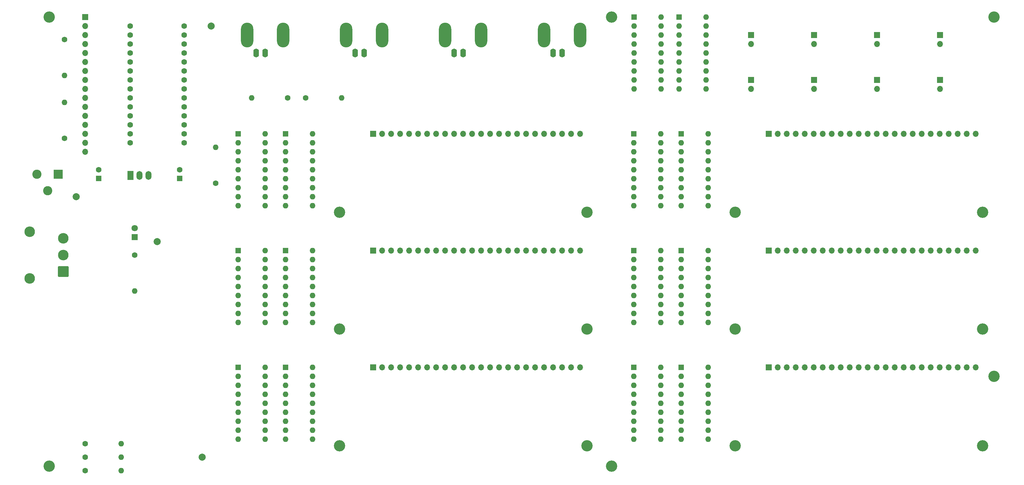
<source format=gbr>
%TF.GenerationSoftware,KiCad,Pcbnew,9.0.3*%
%TF.CreationDate,2025-09-08T11:07:08-04:00*%
%TF.ProjectId,HMS Olfactometer,484d5320-4f6c-4666-9163-746f6d657465,4.1*%
%TF.SameCoordinates,Original*%
%TF.FileFunction,Soldermask,Bot*%
%TF.FilePolarity,Negative*%
%FSLAX46Y46*%
G04 Gerber Fmt 4.6, Leading zero omitted, Abs format (unit mm)*
G04 Created by KiCad (PCBNEW 9.0.3) date 2025-09-08 11:07:08*
%MOMM*%
%LPD*%
G01*
G04 APERTURE LIST*
G04 Aperture macros list*
%AMRoundRect*
0 Rectangle with rounded corners*
0 $1 Rounding radius*
0 $2 $3 $4 $5 $6 $7 $8 $9 X,Y pos of 4 corners*
0 Add a 4 corners polygon primitive as box body*
4,1,4,$2,$3,$4,$5,$6,$7,$8,$9,$2,$3,0*
0 Add four circle primitives for the rounded corners*
1,1,$1+$1,$2,$3*
1,1,$1+$1,$4,$5*
1,1,$1+$1,$6,$7*
1,1,$1+$1,$8,$9*
0 Add four rect primitives between the rounded corners*
20,1,$1+$1,$2,$3,$4,$5,0*
20,1,$1+$1,$4,$5,$6,$7,0*
20,1,$1+$1,$6,$7,$8,$9,0*
20,1,$1+$1,$8,$9,$2,$3,0*%
G04 Aperture macros list end*
%ADD10R,1.600000X1.600000*%
%ADD11O,1.600000X1.600000*%
%ADD12R,1.700000X1.700000*%
%ADD13O,1.700000X1.700000*%
%ADD14C,3.200000*%
%ADD15C,1.600000*%
%ADD16C,2.000000*%
%ADD17R,2.600000X2.600000*%
%ADD18C,2.600000*%
%ADD19O,1.600000X2.500000*%
%ADD20O,3.500000X7.000000*%
%ADD21R,1.800000X1.800000*%
%ADD22C,1.800000*%
%ADD23R,1.700000X2.500000*%
%ADD24O,1.700000X2.500000*%
%ADD25RoundRect,0.102000X1.387500X-1.387500X1.387500X1.387500X-1.387500X1.387500X-1.387500X-1.387500X0*%
%ADD26C,2.979000*%
G04 APERTURE END LIST*
D10*
%TO.C,U8*%
X104775000Y-104140000D03*
D11*
X104775000Y-106680000D03*
X104775000Y-109220000D03*
X104775000Y-111760000D03*
X104775000Y-114300000D03*
X104775000Y-116840000D03*
X104775000Y-119380000D03*
X104775000Y-121920000D03*
X104775000Y-124460000D03*
X112395000Y-124460000D03*
X112395000Y-121920000D03*
X112395000Y-119380000D03*
X112395000Y-116840000D03*
X112395000Y-114300000D03*
X112395000Y-111760000D03*
X112395000Y-109220000D03*
X112395000Y-106680000D03*
X112395000Y-104140000D03*
%TD*%
D12*
%TO.C,J8*%
X254000000Y-43180000D03*
D13*
X254000000Y-45720000D03*
%TD*%
D12*
%TO.C,J5*%
X241229000Y-104140000D03*
D13*
X243769000Y-104140000D03*
X246309000Y-104140000D03*
X248849000Y-104140000D03*
X251389000Y-104140000D03*
X253929000Y-104140000D03*
X256469000Y-104140000D03*
X259009000Y-104140000D03*
X261549000Y-104140000D03*
X264089000Y-104140000D03*
X266629000Y-104140000D03*
X269169000Y-104140000D03*
X271709000Y-104140000D03*
X274249000Y-104140000D03*
X276789000Y-104140000D03*
X279329000Y-104140000D03*
X281869000Y-104140000D03*
X284409000Y-104140000D03*
X286949000Y-104140000D03*
X289489000Y-104140000D03*
X292029000Y-104140000D03*
X294569000Y-104140000D03*
X297109000Y-104140000D03*
X299649000Y-104140000D03*
%TD*%
D14*
%TO.C,H10*%
X189865000Y-126365000D03*
%TD*%
D15*
%TO.C,R4*%
X62230000Y-105410000D03*
D11*
X62230000Y-115570000D03*
%TD*%
D15*
%TO.C,R3*%
X48260000Y-166370000D03*
D11*
X58420000Y-166370000D03*
%TD*%
D10*
%TO.C,U14*%
X215900000Y-38100000D03*
D11*
X215900000Y-40640000D03*
X215900000Y-43180000D03*
X215900000Y-45720000D03*
X215900000Y-48260000D03*
X215900000Y-50800000D03*
X215900000Y-53340000D03*
X215900000Y-55880000D03*
X215900000Y-58420000D03*
X223520000Y-58420000D03*
X223520000Y-55880000D03*
X223520000Y-53340000D03*
X223520000Y-50800000D03*
X223520000Y-48260000D03*
X223520000Y-45720000D03*
X223520000Y-43180000D03*
X223520000Y-40640000D03*
X223520000Y-38100000D03*
%TD*%
D14*
%TO.C,H4*%
X120015000Y-126365000D03*
%TD*%
D12*
%TO.C,J12*%
X254000000Y-55880000D03*
D13*
X254000000Y-58420000D03*
%TD*%
D14*
%TO.C,H12*%
X189865000Y-93345000D03*
%TD*%
D10*
%TO.C,U10*%
X216464000Y-104140000D03*
D11*
X216464000Y-106680000D03*
X216464000Y-109220000D03*
X216464000Y-111760000D03*
X216464000Y-114300000D03*
X216464000Y-116840000D03*
X216464000Y-119380000D03*
X216464000Y-121920000D03*
X216464000Y-124460000D03*
X224084000Y-124460000D03*
X224084000Y-121920000D03*
X224084000Y-119380000D03*
X224084000Y-116840000D03*
X224084000Y-114300000D03*
X224084000Y-111760000D03*
X224084000Y-109220000D03*
X224084000Y-106680000D03*
X224084000Y-104140000D03*
%TD*%
D10*
%TO.C,U7*%
X203129000Y-71120000D03*
D11*
X203129000Y-73660000D03*
X203129000Y-76200000D03*
X203129000Y-78740000D03*
X203129000Y-81280000D03*
X203129000Y-83820000D03*
X203129000Y-86360000D03*
X203129000Y-88900000D03*
X203129000Y-91440000D03*
X210749000Y-91440000D03*
X210749000Y-88900000D03*
X210749000Y-86360000D03*
X210749000Y-83820000D03*
X210749000Y-81280000D03*
X210749000Y-78740000D03*
X210749000Y-76200000D03*
X210749000Y-73660000D03*
X210749000Y-71120000D03*
%TD*%
D14*
%TO.C,H18*%
X196850000Y-38100000D03*
%TD*%
D15*
%TO.C,U1*%
X60960000Y-40640000D03*
X60960000Y-43180000D03*
X60960000Y-45720000D03*
X60960000Y-48260000D03*
X60960000Y-50800000D03*
X60960000Y-53340000D03*
X60960000Y-55880000D03*
X60960000Y-58420000D03*
X60960000Y-60960000D03*
X60960000Y-63500000D03*
X60960000Y-66040000D03*
X60960000Y-68580000D03*
X60960000Y-71120000D03*
X60960000Y-73660000D03*
X76200000Y-73660000D03*
X76200000Y-71120000D03*
X76200000Y-68580000D03*
X76200000Y-66040000D03*
X76200000Y-63500000D03*
X76200000Y-60960000D03*
X76200000Y-58420000D03*
X76200000Y-55880000D03*
X76200000Y-53340000D03*
X76200000Y-50800000D03*
X76200000Y-48260000D03*
X76200000Y-45720000D03*
X76200000Y-43180000D03*
X76200000Y-40640000D03*
%TD*%
D16*
%TO.C,TP4*%
X83820000Y-40640000D03*
%TD*%
D14*
%TO.C,H16*%
X304800000Y-139700000D03*
%TD*%
D17*
%TO.C,J15*%
X40640000Y-82550000D03*
D18*
X34640000Y-82550000D03*
X37640000Y-87250000D03*
%TD*%
D10*
%TO.C,C1*%
X52070000Y-83780000D03*
D15*
X52070000Y-81280000D03*
%TD*%
D19*
%TO.C,J22*%
X154940000Y-48260000D03*
D20*
X149860000Y-43180000D03*
D19*
X152400000Y-48260000D03*
D20*
X160020000Y-43180000D03*
%TD*%
D15*
%TO.C,R2*%
X48260000Y-162560000D03*
D11*
X58420000Y-162560000D03*
%TD*%
D10*
%TO.C,U9*%
X91440000Y-104140000D03*
D11*
X91440000Y-106680000D03*
X91440000Y-109220000D03*
X91440000Y-111760000D03*
X91440000Y-114300000D03*
X91440000Y-116840000D03*
X91440000Y-119380000D03*
X91440000Y-121920000D03*
X91440000Y-124460000D03*
X99060000Y-124460000D03*
X99060000Y-121920000D03*
X99060000Y-119380000D03*
X99060000Y-116840000D03*
X99060000Y-114300000D03*
X99060000Y-111760000D03*
X99060000Y-109220000D03*
X99060000Y-106680000D03*
X99060000Y-104140000D03*
%TD*%
D15*
%TO.C,R16*%
X110490000Y-60960000D03*
D11*
X120650000Y-60960000D03*
%TD*%
D12*
%TO.C,J13*%
X271780000Y-55880000D03*
D13*
X271780000Y-58420000D03*
%TD*%
D12*
%TO.C,J9*%
X271780000Y-43180000D03*
D13*
X271780000Y-45720000D03*
%TD*%
D21*
%TO.C,D1*%
X62230000Y-100330000D03*
D22*
X62230000Y-97790000D03*
%TD*%
D16*
%TO.C,TP2*%
X68580000Y-101600000D03*
%TD*%
D19*
%TO.C,J20*%
X99060000Y-48260000D03*
D20*
X93980000Y-43180000D03*
D19*
X96520000Y-48260000D03*
D20*
X104140000Y-43180000D03*
%TD*%
D14*
%TO.C,H5*%
X231704000Y-126365000D03*
%TD*%
D15*
%TO.C,R7*%
X85090000Y-85090000D03*
D11*
X85090000Y-74930000D03*
%TD*%
D10*
%TO.C,U4*%
X216464000Y-137160000D03*
D11*
X216464000Y-139700000D03*
X216464000Y-142240000D03*
X216464000Y-144780000D03*
X216464000Y-147320000D03*
X216464000Y-149860000D03*
X216464000Y-152400000D03*
X216464000Y-154940000D03*
X216464000Y-157480000D03*
X224084000Y-157480000D03*
X224084000Y-154940000D03*
X224084000Y-152400000D03*
X224084000Y-149860000D03*
X224084000Y-147320000D03*
X224084000Y-144780000D03*
X224084000Y-142240000D03*
X224084000Y-139700000D03*
X224084000Y-137160000D03*
%TD*%
D12*
%TO.C,J4*%
X129540000Y-104140000D03*
D13*
X132080000Y-104140000D03*
X134620000Y-104140000D03*
X137160000Y-104140000D03*
X139700000Y-104140000D03*
X142240000Y-104140000D03*
X144780000Y-104140000D03*
X147320000Y-104140000D03*
X149860000Y-104140000D03*
X152400000Y-104140000D03*
X154940000Y-104140000D03*
X157480000Y-104140000D03*
X160020000Y-104140000D03*
X162560000Y-104140000D03*
X165100000Y-104140000D03*
X167640000Y-104140000D03*
X170180000Y-104140000D03*
X172720000Y-104140000D03*
X175260000Y-104140000D03*
X177800000Y-104140000D03*
X180340000Y-104140000D03*
X182880000Y-104140000D03*
X185420000Y-104140000D03*
X187960000Y-104140000D03*
%TD*%
D23*
%TO.C,U16*%
X61002500Y-82882500D03*
D24*
X63542500Y-82882500D03*
X66082500Y-82882500D03*
%TD*%
D12*
%TO.C,J2*%
X241229000Y-137160000D03*
D13*
X243769000Y-137160000D03*
X246309000Y-137160000D03*
X248849000Y-137160000D03*
X251389000Y-137160000D03*
X253929000Y-137160000D03*
X256469000Y-137160000D03*
X259009000Y-137160000D03*
X261549000Y-137160000D03*
X264089000Y-137160000D03*
X266629000Y-137160000D03*
X269169000Y-137160000D03*
X271709000Y-137160000D03*
X274249000Y-137160000D03*
X276789000Y-137160000D03*
X279329000Y-137160000D03*
X281869000Y-137160000D03*
X284409000Y-137160000D03*
X286949000Y-137160000D03*
X289489000Y-137160000D03*
X292029000Y-137160000D03*
X294569000Y-137160000D03*
X297109000Y-137160000D03*
X299649000Y-137160000D03*
%TD*%
D25*
%TO.C,SW1*%
X42103000Y-110110000D03*
D26*
X42103000Y-105410000D03*
X42103000Y-100710000D03*
X32573000Y-112015000D03*
X32573000Y-98805000D03*
%TD*%
D12*
%TO.C,J11*%
X236220000Y-55880000D03*
D13*
X236220000Y-58420000D03*
%TD*%
D10*
%TO.C,U13*%
X91440000Y-71120000D03*
D11*
X91440000Y-73660000D03*
X91440000Y-76200000D03*
X91440000Y-78740000D03*
X91440000Y-81280000D03*
X91440000Y-83820000D03*
X91440000Y-86360000D03*
X91440000Y-88900000D03*
X91440000Y-91440000D03*
X99060000Y-91440000D03*
X99060000Y-88900000D03*
X99060000Y-86360000D03*
X99060000Y-83820000D03*
X99060000Y-81280000D03*
X99060000Y-78740000D03*
X99060000Y-76200000D03*
X99060000Y-73660000D03*
X99060000Y-71120000D03*
%TD*%
D14*
%TO.C,H9*%
X301554000Y-93345000D03*
%TD*%
%TO.C,H7*%
X189865000Y-159385000D03*
%TD*%
D10*
%TO.C,U2*%
X104775000Y-137160000D03*
D11*
X104775000Y-139700000D03*
X104775000Y-142240000D03*
X104775000Y-144780000D03*
X104775000Y-147320000D03*
X104775000Y-149860000D03*
X104775000Y-152400000D03*
X104775000Y-154940000D03*
X104775000Y-157480000D03*
X112395000Y-157480000D03*
X112395000Y-154940000D03*
X112395000Y-152400000D03*
X112395000Y-149860000D03*
X112395000Y-147320000D03*
X112395000Y-144780000D03*
X112395000Y-142240000D03*
X112395000Y-139700000D03*
X112395000Y-137160000D03*
%TD*%
D10*
%TO.C,U15*%
X203200000Y-38100000D03*
D11*
X203200000Y-40640000D03*
X203200000Y-43180000D03*
X203200000Y-45720000D03*
X203200000Y-48260000D03*
X203200000Y-50800000D03*
X203200000Y-53340000D03*
X203200000Y-55880000D03*
X203200000Y-58420000D03*
X210820000Y-58420000D03*
X210820000Y-55880000D03*
X210820000Y-53340000D03*
X210820000Y-50800000D03*
X210820000Y-48260000D03*
X210820000Y-45720000D03*
X210820000Y-43180000D03*
X210820000Y-40640000D03*
X210820000Y-38100000D03*
%TD*%
D16*
%TO.C,TP3*%
X81280000Y-162560000D03*
%TD*%
D14*
%TO.C,H8*%
X301554000Y-159385000D03*
%TD*%
D15*
%TO.C,R1*%
X48260000Y-158750000D03*
D11*
X58420000Y-158750000D03*
%TD*%
D10*
%TO.C,U11*%
X203129000Y-104140000D03*
D11*
X203129000Y-106680000D03*
X203129000Y-109220000D03*
X203129000Y-111760000D03*
X203129000Y-114300000D03*
X203129000Y-116840000D03*
X203129000Y-119380000D03*
X203129000Y-121920000D03*
X203129000Y-124460000D03*
X210749000Y-124460000D03*
X210749000Y-121920000D03*
X210749000Y-119380000D03*
X210749000Y-116840000D03*
X210749000Y-114300000D03*
X210749000Y-111760000D03*
X210749000Y-109220000D03*
X210749000Y-106680000D03*
X210749000Y-104140000D03*
%TD*%
D12*
%TO.C,J10*%
X289560000Y-43180000D03*
D13*
X289560000Y-45720000D03*
%TD*%
D10*
%TO.C,U5*%
X203129000Y-137160000D03*
D11*
X203129000Y-139700000D03*
X203129000Y-142240000D03*
X203129000Y-144780000D03*
X203129000Y-147320000D03*
X203129000Y-149860000D03*
X203129000Y-152400000D03*
X203129000Y-154940000D03*
X203129000Y-157480000D03*
X210749000Y-157480000D03*
X210749000Y-154940000D03*
X210749000Y-152400000D03*
X210749000Y-149860000D03*
X210749000Y-147320000D03*
X210749000Y-144780000D03*
X210749000Y-142240000D03*
X210749000Y-139700000D03*
X210749000Y-137160000D03*
%TD*%
D15*
%TO.C,R5*%
X42418000Y-44450000D03*
D11*
X42418000Y-54610000D03*
%TD*%
D10*
%TO.C,U3*%
X91440000Y-137160000D03*
D11*
X91440000Y-139700000D03*
X91440000Y-142240000D03*
X91440000Y-144780000D03*
X91440000Y-147320000D03*
X91440000Y-149860000D03*
X91440000Y-152400000D03*
X91440000Y-154940000D03*
X91440000Y-157480000D03*
X99060000Y-157480000D03*
X99060000Y-154940000D03*
X99060000Y-152400000D03*
X99060000Y-149860000D03*
X99060000Y-147320000D03*
X99060000Y-144780000D03*
X99060000Y-142240000D03*
X99060000Y-139700000D03*
X99060000Y-137160000D03*
%TD*%
D10*
%TO.C,U12*%
X104775000Y-71120000D03*
D11*
X104775000Y-73660000D03*
X104775000Y-76200000D03*
X104775000Y-78740000D03*
X104775000Y-81280000D03*
X104775000Y-83820000D03*
X104775000Y-86360000D03*
X104775000Y-88900000D03*
X104775000Y-91440000D03*
X112395000Y-91440000D03*
X112395000Y-88900000D03*
X112395000Y-86360000D03*
X112395000Y-83820000D03*
X112395000Y-81280000D03*
X112395000Y-78740000D03*
X112395000Y-76200000D03*
X112395000Y-73660000D03*
X112395000Y-71120000D03*
%TD*%
D12*
%TO.C,J6*%
X129540000Y-71120000D03*
D13*
X132080000Y-71120000D03*
X134620000Y-71120000D03*
X137160000Y-71120000D03*
X139700000Y-71120000D03*
X142240000Y-71120000D03*
X144780000Y-71120000D03*
X147320000Y-71120000D03*
X149860000Y-71120000D03*
X152400000Y-71120000D03*
X154940000Y-71120000D03*
X157480000Y-71120000D03*
X160020000Y-71120000D03*
X162560000Y-71120000D03*
X165100000Y-71120000D03*
X167640000Y-71120000D03*
X170180000Y-71120000D03*
X172720000Y-71120000D03*
X175260000Y-71120000D03*
X177800000Y-71120000D03*
X180340000Y-71120000D03*
X182880000Y-71120000D03*
X185420000Y-71120000D03*
X187960000Y-71120000D03*
%TD*%
D12*
%TO.C,J14*%
X289560000Y-55880000D03*
D13*
X289560000Y-58420000D03*
%TD*%
D19*
%TO.C,J21*%
X127000000Y-48260000D03*
D20*
X121920000Y-43180000D03*
D19*
X124460000Y-48260000D03*
D20*
X132080000Y-43180000D03*
%TD*%
D14*
%TO.C,H3*%
X231704000Y-93345000D03*
%TD*%
%TO.C,H14*%
X38100000Y-165100000D03*
%TD*%
%TO.C,H13*%
X38100000Y-38100000D03*
%TD*%
D10*
%TO.C,U6*%
X216464000Y-71120000D03*
D11*
X216464000Y-73660000D03*
X216464000Y-76200000D03*
X216464000Y-78740000D03*
X216464000Y-81280000D03*
X216464000Y-83820000D03*
X216464000Y-86360000D03*
X216464000Y-88900000D03*
X216464000Y-91440000D03*
X224084000Y-91440000D03*
X224084000Y-88900000D03*
X224084000Y-86360000D03*
X224084000Y-83820000D03*
X224084000Y-81280000D03*
X224084000Y-78740000D03*
X224084000Y-76200000D03*
X224084000Y-73660000D03*
X224084000Y-71120000D03*
%TD*%
D15*
%TO.C,R6*%
X42418000Y-72390000D03*
D11*
X42418000Y-62230000D03*
%TD*%
D12*
%TO.C,J7*%
X236220000Y-43180000D03*
D13*
X236220000Y-45720000D03*
%TD*%
D14*
%TO.C,H2*%
X231704000Y-159385000D03*
%TD*%
D16*
%TO.C,TP1*%
X45720000Y-88900000D03*
%TD*%
D14*
%TO.C,H6*%
X120015000Y-93345000D03*
%TD*%
D12*
%TO.C,J24*%
X48260000Y-38100000D03*
D13*
X48260000Y-40640000D03*
X48260000Y-43180000D03*
X48260000Y-45720000D03*
X48260000Y-48260000D03*
X48260000Y-50800000D03*
X48260000Y-53340000D03*
X48260000Y-55880000D03*
X48260000Y-58420000D03*
X48260000Y-60960000D03*
X48260000Y-63500000D03*
X48260000Y-66040000D03*
X48260000Y-68580000D03*
X48260000Y-71120000D03*
X48260000Y-73660000D03*
X48260000Y-76200000D03*
%TD*%
D12*
%TO.C,J3*%
X241229000Y-71120000D03*
D13*
X243769000Y-71120000D03*
X246309000Y-71120000D03*
X248849000Y-71120000D03*
X251389000Y-71120000D03*
X253929000Y-71120000D03*
X256469000Y-71120000D03*
X259009000Y-71120000D03*
X261549000Y-71120000D03*
X264089000Y-71120000D03*
X266629000Y-71120000D03*
X269169000Y-71120000D03*
X271709000Y-71120000D03*
X274249000Y-71120000D03*
X276789000Y-71120000D03*
X279329000Y-71120000D03*
X281869000Y-71120000D03*
X284409000Y-71120000D03*
X286949000Y-71120000D03*
X289489000Y-71120000D03*
X292029000Y-71120000D03*
X294569000Y-71120000D03*
X297109000Y-71120000D03*
X299649000Y-71120000D03*
%TD*%
D14*
%TO.C,H11*%
X301554000Y-126365000D03*
%TD*%
D19*
%TO.C,J23*%
X182880000Y-48260000D03*
D20*
X177800000Y-43180000D03*
D19*
X180340000Y-48260000D03*
D20*
X187960000Y-43180000D03*
%TD*%
D15*
%TO.C,R8*%
X105410000Y-60960000D03*
D11*
X95250000Y-60960000D03*
%TD*%
D14*
%TO.C,H15*%
X304800000Y-38100000D03*
%TD*%
D10*
%TO.C,C2*%
X74930000Y-83780000D03*
D15*
X74930000Y-81280000D03*
%TD*%
D14*
%TO.C,H1*%
X120015000Y-159385000D03*
%TD*%
D12*
%TO.C,J1*%
X129540000Y-137160000D03*
D13*
X132080000Y-137160000D03*
X134620000Y-137160000D03*
X137160000Y-137160000D03*
X139700000Y-137160000D03*
X142240000Y-137160000D03*
X144780000Y-137160000D03*
X147320000Y-137160000D03*
X149860000Y-137160000D03*
X152400000Y-137160000D03*
X154940000Y-137160000D03*
X157480000Y-137160000D03*
X160020000Y-137160000D03*
X162560000Y-137160000D03*
X165100000Y-137160000D03*
X167640000Y-137160000D03*
X170180000Y-137160000D03*
X172720000Y-137160000D03*
X175260000Y-137160000D03*
X177800000Y-137160000D03*
X180340000Y-137160000D03*
X182880000Y-137160000D03*
X185420000Y-137160000D03*
X187960000Y-137160000D03*
%TD*%
D14*
%TO.C,H17*%
X196850000Y-165100000D03*
%TD*%
M02*

</source>
